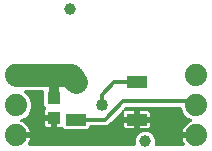
<source format=gbr>
G04 EAGLE Gerber RS-274X export*
G75*
%MOMM*%
%FSLAX34Y34*%
%LPD*%
%INTop Copper*%
%IPPOS*%
%AMOC8*
5,1,8,0,0,1.08239X$1,22.5*%
G01*
%ADD10R,1.000000X1.100000*%
%ADD11C,1.879600*%
%ADD12R,1.651000X1.000000*%
%ADD13C,1.000000*%
%ADD14C,1.905000*%
%ADD15C,0.812800*%
%ADD16C,0.304800*%
%ADD17C,1.016000*%

G36*
X112831Y4071D02*
X112831Y4071D01*
X112880Y4069D01*
X112988Y4091D01*
X113097Y4105D01*
X113143Y4123D01*
X113192Y4133D01*
X113290Y4181D01*
X113392Y4222D01*
X113433Y4251D01*
X113477Y4273D01*
X113561Y4344D01*
X113650Y4408D01*
X113681Y4447D01*
X113719Y4479D01*
X113783Y4569D01*
X113853Y4653D01*
X113874Y4698D01*
X113902Y4739D01*
X113941Y4842D01*
X113988Y4941D01*
X113997Y4990D01*
X114015Y5036D01*
X114027Y5146D01*
X114048Y5253D01*
X114045Y5303D01*
X114050Y5353D01*
X114035Y5461D01*
X114028Y5571D01*
X114013Y5618D01*
X114006Y5667D01*
X113954Y5820D01*
X113871Y6019D01*
X113871Y9221D01*
X115097Y12179D01*
X117361Y14443D01*
X120319Y15669D01*
X123521Y15669D01*
X126479Y14443D01*
X128743Y12179D01*
X129969Y9221D01*
X129969Y6019D01*
X129886Y5820D01*
X129873Y5772D01*
X129852Y5727D01*
X129831Y5619D01*
X129802Y5513D01*
X129801Y5463D01*
X129792Y5414D01*
X129799Y5305D01*
X129797Y5195D01*
X129809Y5147D01*
X129812Y5097D01*
X129846Y4993D01*
X129871Y4886D01*
X129895Y4842D01*
X129910Y4795D01*
X129969Y4702D01*
X130020Y4605D01*
X130053Y4568D01*
X130080Y4526D01*
X130160Y4451D01*
X130234Y4369D01*
X130275Y4342D01*
X130312Y4308D01*
X130408Y4255D01*
X130500Y4195D01*
X130547Y4178D01*
X130590Y4154D01*
X130696Y4127D01*
X130800Y4091D01*
X130850Y4087D01*
X130898Y4075D01*
X131059Y4065D01*
X154126Y4065D01*
X154165Y4070D01*
X154205Y4067D01*
X154323Y4090D01*
X154441Y4105D01*
X154478Y4119D01*
X154517Y4127D01*
X154626Y4178D01*
X154737Y4222D01*
X154769Y4245D01*
X154805Y4262D01*
X154897Y4338D01*
X154994Y4408D01*
X155020Y4439D01*
X155050Y4464D01*
X155121Y4561D01*
X155197Y4653D01*
X155214Y4689D01*
X155238Y4722D01*
X155282Y4833D01*
X155333Y4941D01*
X155340Y4980D01*
X155355Y5017D01*
X155370Y5136D01*
X155392Y5253D01*
X155390Y5293D01*
X155395Y5333D01*
X155380Y5452D01*
X155373Y5571D01*
X155360Y5609D01*
X155355Y5648D01*
X155312Y5760D01*
X155275Y5873D01*
X155253Y5907D01*
X155239Y5944D01*
X155153Y6080D01*
X154889Y6443D01*
X154036Y8117D01*
X153455Y9904D01*
X153415Y10161D01*
X163830Y10161D01*
X163948Y10176D01*
X164067Y10183D01*
X164105Y10196D01*
X164145Y10201D01*
X164256Y10244D01*
X164369Y10281D01*
X164403Y10303D01*
X164441Y10318D01*
X164537Y10388D01*
X164638Y10451D01*
X164666Y10481D01*
X164698Y10504D01*
X164774Y10596D01*
X164856Y10683D01*
X164875Y10718D01*
X164901Y10749D01*
X164952Y10857D01*
X165009Y10961D01*
X165020Y11001D01*
X165037Y11037D01*
X165059Y11154D01*
X165089Y11269D01*
X165093Y11330D01*
X165097Y11350D01*
X165095Y11370D01*
X165099Y11430D01*
X165099Y13970D01*
X165084Y14088D01*
X165077Y14207D01*
X165064Y14245D01*
X165059Y14285D01*
X165015Y14396D01*
X164979Y14509D01*
X164957Y14544D01*
X164942Y14581D01*
X164872Y14677D01*
X164809Y14778D01*
X164779Y14806D01*
X164755Y14839D01*
X164664Y14914D01*
X164577Y14996D01*
X164542Y15016D01*
X164510Y15041D01*
X164403Y15092D01*
X164298Y15150D01*
X164259Y15160D01*
X164223Y15177D01*
X164106Y15199D01*
X163991Y15229D01*
X163930Y15233D01*
X163910Y15237D01*
X163890Y15235D01*
X163830Y15239D01*
X153415Y15239D01*
X153455Y15496D01*
X154036Y17283D01*
X154889Y18957D01*
X155994Y20478D01*
X157322Y21806D01*
X158843Y22911D01*
X160517Y23764D01*
X160982Y23915D01*
X161009Y23928D01*
X161038Y23935D01*
X161153Y23995D01*
X161270Y24050D01*
X161293Y24069D01*
X161319Y24083D01*
X161415Y24171D01*
X161515Y24253D01*
X161532Y24277D01*
X161554Y24297D01*
X161626Y24406D01*
X161702Y24510D01*
X161713Y24538D01*
X161729Y24563D01*
X161771Y24686D01*
X161819Y24806D01*
X161823Y24836D01*
X161832Y24864D01*
X161843Y24993D01*
X161859Y25121D01*
X161855Y25151D01*
X161858Y25181D01*
X161835Y25309D01*
X161819Y25437D01*
X161808Y25465D01*
X161803Y25494D01*
X161750Y25612D01*
X161702Y25733D01*
X161685Y25757D01*
X161673Y25784D01*
X161592Y25885D01*
X161516Y25990D01*
X161493Y26009D01*
X161474Y26033D01*
X161371Y26110D01*
X161271Y26193D01*
X161244Y26206D01*
X161220Y26224D01*
X161075Y26295D01*
X158050Y27548D01*
X154548Y31050D01*
X152653Y35624D01*
X152653Y35662D01*
X152638Y35780D01*
X152631Y35899D01*
X152618Y35937D01*
X152613Y35977D01*
X152570Y36088D01*
X152533Y36201D01*
X152511Y36235D01*
X152496Y36273D01*
X152427Y36369D01*
X152363Y36470D01*
X152333Y36497D01*
X152310Y36530D01*
X152218Y36606D01*
X152131Y36688D01*
X152096Y36707D01*
X152065Y36733D01*
X151957Y36784D01*
X151853Y36841D01*
X151813Y36851D01*
X151777Y36869D01*
X151660Y36891D01*
X151545Y36921D01*
X151485Y36924D01*
X151465Y36928D01*
X151444Y36927D01*
X151384Y36931D01*
X105798Y36931D01*
X105700Y36918D01*
X105601Y36915D01*
X105542Y36899D01*
X105482Y36891D01*
X105390Y36855D01*
X105295Y36827D01*
X105243Y36796D01*
X105187Y36774D01*
X105107Y36716D01*
X105021Y36666D01*
X104946Y36599D01*
X104929Y36587D01*
X104921Y36578D01*
X104900Y36559D01*
X103825Y35484D01*
X103732Y35363D01*
X103637Y35244D01*
X103634Y35238D01*
X103630Y35232D01*
X103570Y35093D01*
X103507Y34953D01*
X103506Y34947D01*
X103503Y34940D01*
X103480Y34790D01*
X103454Y34640D01*
X103455Y34633D01*
X103454Y34626D01*
X103468Y34473D01*
X103481Y34323D01*
X103483Y34316D01*
X103483Y34310D01*
X103536Y34165D01*
X103585Y34022D01*
X103589Y34017D01*
X103591Y34010D01*
X103637Y33943D01*
X103560Y33981D01*
X103424Y34051D01*
X103417Y34052D01*
X103411Y34055D01*
X103262Y34087D01*
X103114Y34120D01*
X103107Y34120D01*
X103100Y34121D01*
X102949Y34115D01*
X102796Y34111D01*
X102789Y34109D01*
X102783Y34108D01*
X102637Y34065D01*
X102490Y34022D01*
X102484Y34019D01*
X102478Y34017D01*
X102348Y33938D01*
X102216Y33861D01*
X102210Y33855D01*
X102206Y33852D01*
X102198Y33845D01*
X102095Y33754D01*
X92729Y24388D01*
X89678Y21337D01*
X75703Y21337D01*
X75585Y21322D01*
X75466Y21315D01*
X75428Y21302D01*
X75387Y21297D01*
X75277Y21254D01*
X75164Y21217D01*
X75129Y21195D01*
X75092Y21180D01*
X74996Y21111D01*
X74895Y21047D01*
X74867Y21017D01*
X74834Y20994D01*
X74758Y20902D01*
X74677Y20815D01*
X74657Y20780D01*
X74632Y20749D01*
X74581Y20641D01*
X74523Y20537D01*
X74513Y20497D01*
X74496Y20461D01*
X74474Y20344D01*
X74444Y20229D01*
X74440Y20169D01*
X74436Y20149D01*
X74438Y20128D01*
X74434Y20068D01*
X74434Y19901D01*
X72648Y18115D01*
X53612Y18115D01*
X52131Y19596D01*
X52043Y19665D01*
X51959Y19740D01*
X51917Y19762D01*
X51880Y19791D01*
X51777Y19836D01*
X51677Y19888D01*
X51632Y19899D01*
X51588Y19917D01*
X51477Y19935D01*
X51368Y19961D01*
X51321Y19960D01*
X51274Y19967D01*
X51162Y19957D01*
X51050Y19954D01*
X51004Y19942D01*
X50958Y19937D01*
X50852Y19899D01*
X50743Y19869D01*
X50679Y19837D01*
X50658Y19830D01*
X50643Y19820D01*
X50599Y19798D01*
X50431Y19700D01*
X49784Y19527D01*
X46949Y19527D01*
X46949Y26338D01*
X46934Y26456D01*
X46927Y26575D01*
X46914Y26613D01*
X46909Y26653D01*
X46866Y26764D01*
X46829Y26877D01*
X46807Y26911D01*
X46792Y26949D01*
X46723Y27045D01*
X46659Y27146D01*
X46629Y27174D01*
X46606Y27206D01*
X46514Y27282D01*
X46427Y27364D01*
X46392Y27383D01*
X46361Y27409D01*
X46253Y27460D01*
X46149Y27517D01*
X46109Y27527D01*
X46073Y27545D01*
X45956Y27567D01*
X45841Y27597D01*
X45781Y27601D01*
X45761Y27604D01*
X45740Y27603D01*
X45680Y27607D01*
X44489Y27607D01*
X44489Y28798D01*
X44474Y28916D01*
X44467Y29035D01*
X44454Y29073D01*
X44449Y29114D01*
X44405Y29224D01*
X44369Y29337D01*
X44347Y29372D01*
X44332Y29409D01*
X44262Y29505D01*
X44199Y29606D01*
X44169Y29634D01*
X44145Y29667D01*
X44054Y29743D01*
X43967Y29824D01*
X43932Y29844D01*
X43900Y29869D01*
X43793Y29920D01*
X43688Y29978D01*
X43649Y29988D01*
X43613Y30005D01*
X43496Y30027D01*
X43380Y30057D01*
X43320Y30061D01*
X43300Y30065D01*
X43280Y30063D01*
X43220Y30067D01*
X36909Y30067D01*
X36909Y33402D01*
X37082Y34049D01*
X37417Y34628D01*
X37600Y34811D01*
X37673Y34905D01*
X37752Y34995D01*
X37770Y35031D01*
X37795Y35062D01*
X37842Y35172D01*
X37897Y35278D01*
X37905Y35317D01*
X37921Y35354D01*
X37940Y35472D01*
X37966Y35588D01*
X37965Y35629D01*
X37971Y35668D01*
X37960Y35787D01*
X37957Y35906D01*
X37945Y35945D01*
X37941Y35985D01*
X37901Y36097D01*
X37868Y36211D01*
X37848Y36246D01*
X37834Y36284D01*
X37767Y36383D01*
X37707Y36485D01*
X37667Y36531D01*
X37655Y36547D01*
X37640Y36561D01*
X37600Y36606D01*
X36401Y37805D01*
X36401Y49657D01*
X36386Y49775D01*
X36379Y49894D01*
X36366Y49932D01*
X36361Y49973D01*
X36318Y50083D01*
X36281Y50196D01*
X36259Y50231D01*
X36244Y50268D01*
X36175Y50364D01*
X36111Y50465D01*
X36081Y50493D01*
X36058Y50526D01*
X35966Y50602D01*
X35879Y50683D01*
X35844Y50703D01*
X35813Y50728D01*
X35705Y50779D01*
X35601Y50837D01*
X35561Y50847D01*
X35525Y50864D01*
X35408Y50886D01*
X35293Y50916D01*
X35233Y50920D01*
X35213Y50924D01*
X35192Y50922D01*
X35132Y50926D01*
X20540Y50926D01*
X20403Y50909D01*
X20264Y50896D01*
X20245Y50889D01*
X20225Y50886D01*
X20096Y50835D01*
X19965Y50788D01*
X19948Y50777D01*
X19929Y50769D01*
X19817Y50688D01*
X19702Y50610D01*
X19688Y50594D01*
X19672Y50583D01*
X19583Y50475D01*
X19491Y50371D01*
X19482Y50353D01*
X19469Y50338D01*
X19410Y50212D01*
X19346Y50088D01*
X19342Y50068D01*
X19333Y50050D01*
X19307Y49914D01*
X19277Y49778D01*
X19277Y49757D01*
X19274Y49738D01*
X19282Y49599D01*
X19286Y49460D01*
X19292Y49440D01*
X19293Y49420D01*
X19336Y49288D01*
X19375Y49154D01*
X19385Y49137D01*
X19391Y49118D01*
X19466Y49000D01*
X19536Y48880D01*
X19555Y48859D01*
X19562Y48849D01*
X19577Y48835D01*
X19643Y48760D01*
X23252Y45150D01*
X25147Y40576D01*
X25147Y35624D01*
X23252Y31050D01*
X19750Y27548D01*
X16725Y26295D01*
X16699Y26280D01*
X16670Y26271D01*
X16561Y26201D01*
X16448Y26137D01*
X16427Y26116D01*
X16402Y26100D01*
X16313Y26006D01*
X16220Y25916D01*
X16204Y25890D01*
X16184Y25869D01*
X16121Y25755D01*
X16054Y25645D01*
X16045Y25616D01*
X16031Y25590D01*
X15998Y25465D01*
X15960Y25341D01*
X15959Y25311D01*
X15951Y25282D01*
X15951Y25152D01*
X15945Y25023D01*
X15951Y24994D01*
X15951Y24964D01*
X15983Y24839D01*
X16009Y24712D01*
X16022Y24685D01*
X16030Y24656D01*
X16092Y24543D01*
X16149Y24426D01*
X16168Y24403D01*
X16183Y24377D01*
X16271Y24283D01*
X16355Y24184D01*
X16380Y24167D01*
X16400Y24145D01*
X16509Y24076D01*
X16615Y24001D01*
X16643Y23990D01*
X16669Y23974D01*
X16818Y23915D01*
X17283Y23764D01*
X18957Y22911D01*
X20478Y21806D01*
X21806Y20478D01*
X22911Y18957D01*
X23764Y17283D01*
X24345Y15496D01*
X24385Y15239D01*
X13970Y15239D01*
X13852Y15224D01*
X13733Y15217D01*
X13695Y15204D01*
X13655Y15199D01*
X13544Y15156D01*
X13431Y15119D01*
X13397Y15097D01*
X13359Y15082D01*
X13263Y15012D01*
X13162Y14949D01*
X13134Y14919D01*
X13102Y14895D01*
X13026Y14804D01*
X12944Y14717D01*
X12925Y14682D01*
X12899Y14651D01*
X12848Y14543D01*
X12791Y14439D01*
X12780Y14399D01*
X12763Y14363D01*
X12741Y14246D01*
X12711Y14131D01*
X12707Y14070D01*
X12703Y14050D01*
X12705Y14030D01*
X12701Y13970D01*
X12701Y11430D01*
X12716Y11312D01*
X12723Y11193D01*
X12736Y11155D01*
X12741Y11114D01*
X12785Y11004D01*
X12821Y10891D01*
X12843Y10856D01*
X12858Y10819D01*
X12928Y10723D01*
X12991Y10622D01*
X13021Y10594D01*
X13045Y10561D01*
X13136Y10486D01*
X13223Y10404D01*
X13258Y10384D01*
X13290Y10359D01*
X13397Y10308D01*
X13502Y10250D01*
X13541Y10240D01*
X13577Y10223D01*
X13694Y10201D01*
X13809Y10171D01*
X13870Y10167D01*
X13890Y10163D01*
X13910Y10165D01*
X13970Y10161D01*
X24385Y10161D01*
X24345Y9904D01*
X23764Y8117D01*
X22911Y6443D01*
X22647Y6080D01*
X22628Y6045D01*
X22603Y6015D01*
X22552Y5906D01*
X22494Y5801D01*
X22484Y5763D01*
X22467Y5727D01*
X22445Y5609D01*
X22415Y5493D01*
X22415Y5454D01*
X22408Y5414D01*
X22415Y5295D01*
X22415Y5175D01*
X22425Y5137D01*
X22427Y5097D01*
X22464Y4983D01*
X22494Y4867D01*
X22513Y4832D01*
X22525Y4795D01*
X22589Y4694D01*
X22647Y4589D01*
X22674Y4559D01*
X22695Y4526D01*
X22783Y4444D01*
X22865Y4357D01*
X22898Y4335D01*
X22927Y4308D01*
X23032Y4250D01*
X23133Y4186D01*
X23171Y4174D01*
X23206Y4154D01*
X23321Y4125D01*
X23435Y4087D01*
X23475Y4085D01*
X23514Y4075D01*
X23674Y4065D01*
X112781Y4065D01*
X112831Y4071D01*
G37*
%LPC*%
G36*
X103874Y28663D02*
X103874Y28663D01*
X103874Y31498D01*
X104047Y32145D01*
X104092Y32222D01*
X104151Y32361D01*
X104212Y32502D01*
X104213Y32509D01*
X104215Y32515D01*
X104238Y32665D01*
X104262Y32816D01*
X104261Y32823D01*
X104262Y32830D01*
X104246Y32980D01*
X104232Y33133D01*
X104229Y33140D01*
X104229Y33146D01*
X104176Y33287D01*
X104124Y33432D01*
X104120Y33438D01*
X104118Y33444D01*
X104079Y33501D01*
X104143Y33468D01*
X104279Y33397D01*
X104285Y33395D01*
X104291Y33392D01*
X104440Y33359D01*
X104588Y33324D01*
X104595Y33324D01*
X104602Y33323D01*
X104754Y33327D01*
X104906Y33330D01*
X104913Y33332D01*
X104919Y33332D01*
X105067Y33375D01*
X105213Y33415D01*
X105221Y33419D01*
X105225Y33421D01*
X105235Y33426D01*
X105357Y33487D01*
X105434Y33532D01*
X106081Y33705D01*
X112171Y33705D01*
X112171Y28663D01*
X103874Y28663D01*
G37*
%LPD*%
%LPC*%
G36*
X117169Y28663D02*
X117169Y28663D01*
X117169Y33705D01*
X123259Y33705D01*
X123906Y33532D01*
X124485Y33197D01*
X124958Y32724D01*
X125293Y32145D01*
X125466Y31498D01*
X125466Y28663D01*
X117169Y28663D01*
G37*
%LPD*%
%LPC*%
G36*
X117169Y18623D02*
X117169Y18623D01*
X117169Y23665D01*
X125466Y23665D01*
X125466Y20830D01*
X125293Y20183D01*
X124958Y19604D01*
X124485Y19131D01*
X123906Y18796D01*
X123259Y18623D01*
X117169Y18623D01*
G37*
%LPD*%
%LPC*%
G36*
X106081Y18623D02*
X106081Y18623D01*
X105434Y18796D01*
X104855Y19131D01*
X104382Y19604D01*
X104047Y20183D01*
X103874Y20830D01*
X103874Y23665D01*
X112171Y23665D01*
X112171Y18623D01*
X106081Y18623D01*
G37*
%LPD*%
%LPC*%
G36*
X39116Y19527D02*
X39116Y19527D01*
X38469Y19700D01*
X37890Y20035D01*
X37417Y20508D01*
X37082Y21087D01*
X36909Y21734D01*
X36909Y25069D01*
X41951Y25069D01*
X41951Y19527D01*
X39116Y19527D01*
G37*
%LPD*%
D10*
X44450Y27568D03*
X44450Y44568D03*
D11*
X12700Y12700D03*
X12700Y38100D03*
X12700Y63500D03*
X165100Y12700D03*
X165100Y38100D03*
X165100Y63500D03*
D12*
X63130Y58164D03*
X114670Y58164D03*
X114670Y26164D03*
X63130Y26164D03*
D13*
X58420Y119380D03*
X121920Y7620D03*
D14*
X50800Y63500D02*
X12700Y63500D01*
X50800Y63500D02*
X58810Y63500D01*
X58810Y62230D01*
X60588Y62230D01*
D15*
X46990Y59690D02*
X45720Y59690D01*
X46990Y59690D02*
X50800Y63500D01*
D14*
X60588Y62230D02*
X60588Y60706D01*
X63130Y58164D01*
D15*
X44450Y57150D02*
X44450Y44568D01*
X44450Y57150D02*
X46990Y59690D01*
D16*
X87784Y25910D02*
X103378Y41504D01*
X161696Y41504D01*
X165100Y38100D01*
X87784Y25910D02*
X63384Y25910D01*
X63130Y26164D01*
D17*
X85014Y38202D03*
D16*
X85014Y47295D01*
X95580Y57861D01*
X114367Y57861D01*
X114670Y58164D01*
M02*

</source>
